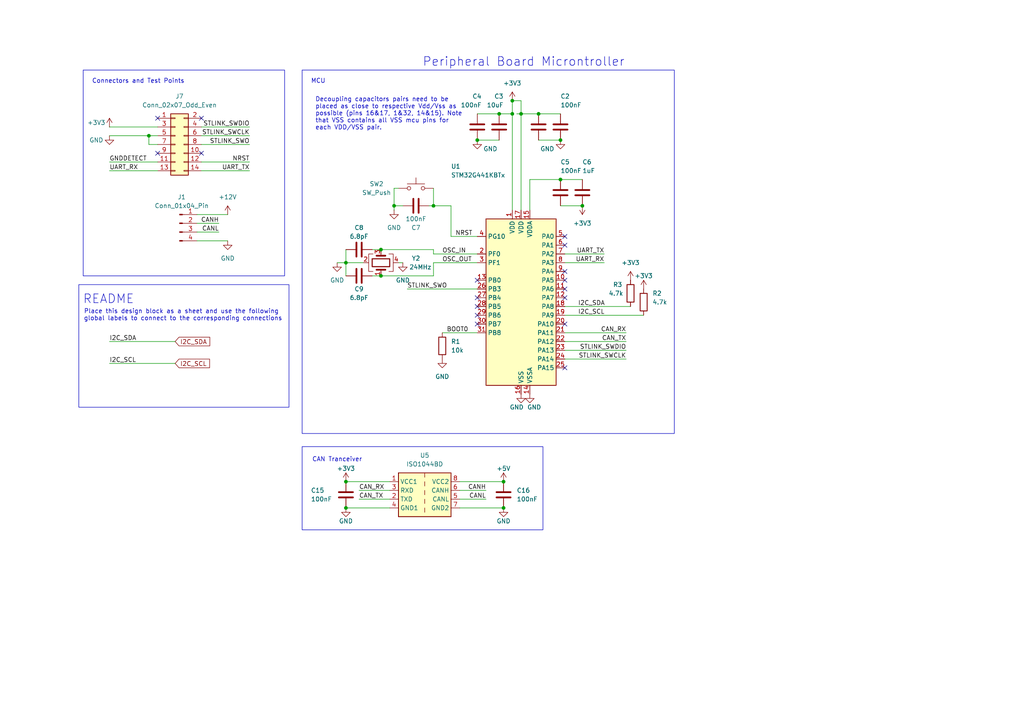
<source format=kicad_sch>
(kicad_sch (version 20250114) (generator "eeschema") (generator_version "9.0")
  (paper "A4")
  (lib_symbols
    (symbol "Connector:Conn_01x04_Pin" (pin_names (offset 1.016) (hide yes))
      (property "Reference" "J" (at 0 5.08 0))
      (property "Value" "Conn_01x04_Pin" (at 0 -7.62 0))
      (symbol "Conn_01x04_Pin_1_1"
        (rectangle (start 0.8636 2.667) (end 0 2.413) (stroke (width 0.1524)) (fill (type outline)))
        (rectangle (start 0.8636 0.127) (end 0 -0.127) (stroke (width 0.1524)) (fill (type outline)))
        (rectangle (start 0.8636 -2.413) (end 0 -2.667) (stroke (width 0.1524)) (fill (type outline)))
        (rectangle (start 0.8636 -4.953) (end 0 -5.207) (stroke (width 0.1524)) (fill (type outline)))
        (polyline (pts (xy 1.27 2.54) (xy 0.8636 2.54)) (stroke (width 0.1524)))
        (polyline (pts (xy 1.27 0) (xy 0.8636 0)) (stroke (width 0.1524)))
        (polyline (pts (xy 1.27 -2.54) (xy 0.8636 -2.54)) (stroke (width 0.1524)))
        (polyline (pts (xy 1.27 -5.08) (xy 0.8636 -5.08)) (stroke (width 0.1524)))
        (pin passive line (at 5.08 2.54 180) (length 3.81) (name "Pin_1") (number "1"))
        (pin passive line (at 5.08 0 180) (length 3.81) (name "Pin_2") (number "2"))
        (pin passive line (at 5.08 -2.54 180) (length 3.81) (name "Pin_3") (number "3"))
        (pin passive line (at 5.08 -5.08 180) (length 3.81) (name "Pin_4") (number "4"))
      )
    )
    (symbol "Connector_Generic:Conn_02x07_Odd_Even" (pin_names (offset 1.016) (hide yes))
      (property "Reference" "J" (at 1.27 10.16 0))
      (property "Value" "Conn_02x07_Odd_Even" (at 1.27 -10.16 0))
      (symbol "Conn_02x07_Odd_Even_1_1"
        (rectangle (start -1.27 8.89) (end 3.81 -8.89) (stroke (width 0.254)) (fill (type background)))
        (rectangle (start -1.27 7.747) (end 0 7.493) (stroke (width 0.1524)))
        (rectangle (start -1.27 5.207) (end 0 4.953) (stroke (width 0.1524)))
        (rectangle (start -1.27 2.667) (end 0 2.413) (stroke (width 0.1524)))
        (rectangle (start -1.27 0.127) (end 0 -0.127) (stroke (width 0.1524)))
        (rectangle (start -1.27 -2.413) (end 0 -2.667) (stroke (width 0.1524)))
        (rectangle (start -1.27 -4.953) (end 0 -5.207) (stroke (width 0.1524)))
        (rectangle (start -1.27 -7.493) (end 0 -7.747) (stroke (width 0.1524)))
        (rectangle (start 3.81 7.747) (end 2.54 7.493) (stroke (width 0.1524)))
        (rectangle (start 3.81 5.207) (end 2.54 4.953) (stroke (width 0.1524)))
        (rectangle (start 3.81 2.667) (end 2.54 2.413) (stroke (width 0.1524)))
        (rectangle (start 3.81 0.127) (end 2.54 -0.127) (stroke (width 0.1524)))
        (rectangle (start 3.81 -2.413) (end 2.54 -2.667) (stroke (width 0.1524)))
        (rectangle (start 3.81 -4.953) (end 2.54 -5.207) (stroke (width 0.1524)))
        (rectangle (start 3.81 -7.493) (end 2.54 -7.747) (stroke (width 0.1524)))
        (pin passive line (at -5.08 7.62 0) (length 3.81) (name "Pin_1") (number "1"))
        (pin passive line (at -5.08 5.08 0) (length 3.81) (name "Pin_3") (number "3"))
        (pin passive line (at -5.08 2.54 0) (length 3.81) (name "Pin_5") (number "5"))
        (pin passive line (at -5.08 0 0) (length 3.81) (name "Pin_7") (number "7"))
        (pin passive line (at -5.08 -2.54 0) (length 3.81) (name "Pin_9") (number "9"))
        (pin passive line (at -5.08 -5.08 0) (length 3.81) (name "Pin_11") (number "11"))
        (pin passive line (at -5.08 -7.62 0) (length 3.81) (name "Pin_13") (number "13"))
        (pin passive line (at 7.62 7.62 180) (length 3.81) (name "Pin_2") (number "2"))
        (pin passive line (at 7.62 5.08 180) (length 3.81) (name "Pin_4") (number "4"))
        (pin passive line (at 7.62 2.54 180) (length 3.81) (name "Pin_6") (number "6"))
        (pin passive line (at 7.62 0 180) (length 3.81) (name "Pin_8") (number "8"))
        (pin passive line (at 7.62 -2.54 180) (length 3.81) (name "Pin_10") (number "10"))
        (pin passive line (at 7.62 -5.08 180) (length 3.81) (name "Pin_12") (number "12"))
        (pin passive line (at 7.62 -7.62 180) (length 3.81) (name "Pin_14") (number "14"))
      )
    )
    (symbol "Device:C" (pin_numbers (hide yes)) (pin_names (offset 0.254))
      (property "Reference" "C" (at 0.635 2.54 0))
      (property "Value" "C" (at 0.635 -2.54 0))
      (symbol "C_0_1"
        (polyline (pts (xy -2.032 0.762) (xy 2.032 0.762)) (stroke (width 0.508)))
        (polyline (pts (xy -2.032 -0.762) (xy 2.032 -0.762)) (stroke (width 0.508)))
      )
      (symbol "C_1_1"
        (pin passive line (at 0 3.81 270) (length 2.794) (name "~") (number "1"))
        (pin passive line (at 0 -3.81 90) (length 2.794) (name "~") (number "2"))
      )
    )
    (symbol "Device:Crystal_GND24" (pin_names (offset 1.016) (hide yes))
      (property "Reference" "Y" (at 3.175 5.08 0))
      (property "Value" "Crystal_GND24" (at 3.175 3.175 0))
      (symbol "Crystal_GND24_0_1"
        (polyline (pts (xy -2.54 2.286) (xy -2.54 3.556) (xy 2.54 3.556) (xy 2.54 2.286)))
        (polyline (pts (xy -2.54 0) (xy -2.032 0)))
        (polyline (pts (xy -2.54 -2.286) (xy -2.54 -3.556) (xy 2.54 -3.556) (xy 2.54 -2.286)))
        (polyline (pts (xy -2.032 -1.27) (xy -2.032 1.27)) (stroke (width 0.508)))
        (rectangle (start -1.143 2.54) (end 1.143 -2.54) (stroke (width 0.3048)))
        (polyline (pts (xy 0 3.556) (xy 0 3.81)))
        (polyline (pts (xy 0 -3.81) (xy 0 -3.556)))
        (polyline (pts (xy 2.032 0) (xy 2.54 0)))
        (polyline (pts (xy 2.032 -1.27) (xy 2.032 1.27)) (stroke (width 0.508)))
      )
      (symbol "Crystal_GND24_1_1"
        (pin passive line (at -3.81 0 0) (length 1.27) (name "1") (number "1"))
        (pin passive line (at 0 5.08 270) (length 1.27) (name "2") (number "2"))
        (pin passive line (at 0 -5.08 90) (length 1.27) (name "4") (number "4"))
        (pin passive line (at 3.81 0 180) (length 1.27) (name "3") (number "3"))
      )
    )
    (symbol "Device:R" (pin_numbers (hide yes)) (pin_names (offset 0))
      (property "Reference" "R" (at 2.032 0 90))
      (property "Value" "R" (at 0 0 90))
      (symbol "R_0_1"
        (rectangle (start -1.016 -2.54) (end 1.016 2.54) (stroke (width 0.254)))
      )
      (symbol "R_1_1"
        (pin passive line (at 0 3.81 270) (length 1.27) (name "~") (number "1"))
        (pin passive line (at 0 -3.81 90) (length 1.27) (name "~") (number "2"))
      )
    )
    (symbol "Interface_CAN_LIN:ISO1044BD"
      (property "Reference" "U" (at -6.35 6.35 0))
      (property "Value" "ISO1044BD" (at 2.54 6.35 0))
      (symbol "ISO1044BD_0_1"
        (rectangle (start -7.62 5.08) (end 7.62 -7.62) (stroke (width 0.254)) (fill (type background)))
        (polyline (pts (xy 0 5.08) (xy 0 3.81)))
        (polyline (pts (xy 0 2.54) (xy 0 1.27)))
        (polyline (pts (xy 0 0) (xy 0 -1.27)))
        (polyline (pts (xy 0 -2.54) (xy 0 -3.81)))
        (polyline (pts (xy 0 -5.08) (xy 0 -6.35)))
      )
      (symbol "ISO1044BD_1_1"
        (pin power_in line (at -10.16 2.54 0) (length 2.54) (name "VCC1") (number "1"))
        (pin output line (at -10.16 0 0) (length 2.54) (name "RXD") (number "3"))
        (pin input line (at -10.16 -2.54 0) (length 2.54) (name "TXD") (number "2"))
        (pin power_in line (at -10.16 -5.08 0) (length 2.54) (name "GND1") (number "4"))
        (pin power_in line (at 10.16 2.54 180) (length 2.54) (name "VCC2") (number "8"))
        (pin bidirectional line (at 10.16 0 180) (length 2.54) (name "CANH") (number "6"))
        (pin bidirectional line (at 10.16 -2.54 180) (length 2.54) (name "CANL") (number "5"))
        (pin power_in line (at 10.16 -5.08 180) (length 2.54) (name "GND2") (number "7"))
      )
    )
    (symbol "MCU_ST_STM32G4:STM32G441KBTx"
      (property "Reference" "U" (at -10.16 26.67 0))
      (property "Value" "STM32G441KBTx" (at 5.08 26.67 0))
      (symbol "STM32G441KBTx_0_1"
        (rectangle (start -10.16 -22.86) (end 10.16 25.4) (stroke (width 0.254)) (fill (type background)))
      )
      (symbol "STM32G441KBTx_1_1"
        (pin bidirectional line (at -12.7 20.32 0) (length 2.54) (name "PG10") (number "4"))
        (pin bidirectional line (at -12.7 15.24 0) (length 2.54) (name "PF0") (number "2"))
        (pin bidirectional line (at -12.7 12.7 0) (length 2.54) (name "PF1") (number "3"))
        (pin bidirectional line (at -12.7 7.62 0) (length 2.54) (name "PB0") (number "13"))
        (pin bidirectional line (at -12.7 5.08 0) (length 2.54) (name "PB3") (number "26"))
        (pin bidirectional line (at -12.7 2.54 0) (length 2.54) (name "PB4") (number "27"))
        (pin bidirectional line (at -12.7 0 0) (length 2.54) (name "PB5") (number "28"))
        (pin bidirectional line (at -12.7 -2.54 0) (length 2.54) (name "PB6") (number "29"))
        (pin bidirectional line (at -12.7 -5.08 0) (length 2.54) (name "PB7") (number "30"))
        (pin bidirectional line (at -12.7 -7.62 0) (length 2.54) (name "PB8") (number "31"))
        (pin power_in line (at -2.54 27.94 270) (length 2.54) (name "VDD") (number "1"))
        (pin power_in line (at 0 27.94 270) (length 2.54) (name "VDD") (number "17"))
        (pin power_in line (at 0 -25.4 90) (length 2.54) (name "VSS") (number "16"))
        (pin passive line (at 0 -25.4 90) (length 2.54) (hide yes) (name "VSS") (number "32"))
        (pin power_in line (at 2.54 27.94 270) (length 2.54) (name "VDDA") (number "15"))
        (pin power_in line (at 2.54 -25.4 90) (length 2.54) (name "VSSA") (number "14"))
        (pin bidirectional line (at 12.7 20.32 180) (length 2.54) (name "PA0") (number "5"))
        (pin bidirectional line (at 12.7 17.78 180) (length 2.54) (name "PA1") (number "6"))
        (pin bidirectional line (at 12.7 15.24 180) (length 2.54) (name "PA2") (number "7"))
        (pin bidirectional line (at 12.7 12.7 180) (length 2.54) (name "PA3") (number "8"))
        (pin bidirectional line (at 12.7 10.16 180) (length 2.54) (name "PA4") (number "9"))
        (pin bidirectional line (at 12.7 7.62 180) (length 2.54) (name "PA5") (number "10"))
        (pin bidirectional line (at 12.7 5.08 180) (length 2.54) (name "PA6") (number "11"))
        (pin bidirectional line (at 12.7 2.54 180) (length 2.54) (name "PA7") (number "12"))
        (pin bidirectional line (at 12.7 0 180) (length 2.54) (name "PA8") (number "18"))
        (pin bidirectional line (at 12.7 -2.54 180) (length 2.54) (name "PA9") (number "19"))
        (pin bidirectional line (at 12.7 -5.08 180) (length 2.54) (name "PA10") (number "20"))
        (pin bidirectional line (at 12.7 -7.62 180) (length 2.54) (name "PA11") (number "21"))
        (pin bidirectional line (at 12.7 -10.16 180) (length 2.54) (name "PA12") (number "22"))
        (pin bidirectional line (at 12.7 -12.7 180) (length 2.54) (name "PA13") (number "23"))
        (pin bidirectional line (at 12.7 -15.24 180) (length 2.54) (name "PA14") (number "24"))
        (pin bidirectional line (at 12.7 -17.78 180) (length 2.54) (name "PA15") (number "25"))
      )
    )
    (symbol "Switch:SW_Push" (pin_numbers (hide yes)) (pin_names (offset 1.016) (hide yes))
      (property "Reference" "SW" (at 1.27 2.54 0))
      (property "Value" "SW_Push" (at 0 -1.524 0))
      (symbol "SW_Push_0_1"
        (circle (center -2.032 0) (radius 0.508))
        (polyline (pts (xy 0 1.27) (xy 0 3.048)))
        (circle (center 2.032 0) (radius 0.508))
        (polyline (pts (xy 2.54 1.27) (xy -2.54 1.27)))
        (pin passive line (at -5.08 0 0) (length 2.54) (name "1") (number "1"))
        (pin passive line (at 5.08 0 180) (length 2.54) (name "2") (number "2"))
      )
    )
    (symbol "power:+12V" (power) (pin_numbers (hide yes)) (pin_names (offset 0) (hide yes))
      (property "Value" "+12V" (at 0 3.556 0))
      (symbol "+12V_0_1"
        (polyline (pts (xy -0.762 1.27) (xy 0 2.54)))
        (polyline (pts (xy 0 2.54) (xy 0.762 1.27)))
        (polyline (pts (xy 0 0) (xy 0 2.54)))
      )
      (symbol "+12V_1_1"
        (pin power_in line (at 0 0 90) (length 0) (name "~") (number "1"))
      )
    )
    (symbol "power:+3V3" (power) (pin_numbers (hide yes)) (pin_names (offset 0) (hide yes))
      (property "Value" "+3V3" (at 0 3.556 0))
      (symbol "+3V3_0_1"
        (polyline (pts (xy -0.762 1.27) (xy 0 2.54)))
        (polyline (pts (xy 0 2.54) (xy 0.762 1.27)))
        (polyline (pts (xy 0 0) (xy 0 2.54)))
      )
      (symbol "+3V3_1_1"
        (pin power_in line (at 0 0 90) (length 0) (name "~") (number "1"))
      )
    )
    (symbol "power:+5V" (power) (pin_numbers (hide yes)) (pin_names (offset 0) (hide yes))
      (property "Value" "+5V" (at 0 3.556 0))
      (symbol "+5V_0_1"
        (polyline (pts (xy -0.762 1.27) (xy 0 2.54)))
        (polyline (pts (xy 0 2.54) (xy 0.762 1.27)))
        (polyline (pts (xy 0 0) (xy 0 2.54)))
      )
      (symbol "+5V_1_1"
        (pin power_in line (at 0 0 90) (length 0) (name "~") (number "1"))
      )
    )
    (symbol "power:GND" (power) (pin_numbers (hide yes)) (pin_names (offset 0) (hide yes))
      (property "Value" "GND" (at 0 -3.81 0))
      (symbol "GND_0_1"
        (polyline (pts (xy 0 0) (xy 0 -1.27) (xy 1.27 -1.27) (xy 0 -2.54) (xy -1.27 -1.27) (xy 0 -1.27)))
      )
      (symbol "GND_1_1"
        (pin power_in line (at 0 0 270) (length 0) (name "~") (number "1"))
      )
    )
  )
  (rectangle (start 22.86 82.55) (end 83.82 118.11))
  (rectangle (start 87.63 129.54) (end 157.48 153.67))
  (rectangle (start 24.13 20.32) (end 82.55 80.01))
  (rectangle (start 87.63 20.32) (end 195.58 125.73))
  (text "README" (at 31.496 86.868 0) (effects (font (size 2.54 2.54))))
  (text "MCU" (at 90.17 22.86 0) (effects (font (size 1.27 1.27)) (justify left top)))
  (text "Decoupling capacitors pairs need to be\nplaced as close to respective Vdd/Vss as\npossible (pins 16&17, 1&32, 14&15). Note\nthat VSS contains all VSS mcu pins for\neach VDD/VSS pair." (at 91.44 33.02 0) (effects (font (size 1.27 1.27)) (justify left)))
  (text "Place this design block as a sheet and use the following \nglobal labels to connect to the corresponding connections" (at 53.086 91.44 0) (effects (font (size 1.27 1.27))))
  (text "Peripheral Board Microntroller" (at 151.892 18.034 0) (effects (font (size 2.54 2.54))))
  (text "Connectors and Test Points\n" (at 26.67 22.86 0) (effects (font (size 1.27 1.27)) (justify left top)))
  (text "CAN Tranceiver" (at 97.79 133.35 0) (effects (font (size 1.27 1.27))))
  (junction (at 138.43 40.64))
  (junction (at 43.18 39.37))
  (junction (at 125.73 59.69))
  (junction (at 110.49 72.39))
  (junction (at 100.33 147.32))
  (junction (at 162.56 52.07))
  (junction (at 168.91 59.69))
  (junction (at 146.05 139.7))
  (junction (at 148.59 29.21))
  (junction (at 148.59 33.02))
  (junction (at 110.49 80.01))
  (junction (at 162.56 40.64))
  (junction (at 100.33 76.2))
  (junction (at 151.13 33.02))
  (junction (at 114.3 59.69))
  (junction (at 100.33 139.7))
  (junction (at 156.21 33.02))
  (junction (at 146.05 147.32))
  (junction (at 144.78 33.02))
  (no_connect (at 163.83 106.68))
  (no_connect (at 163.83 86.36))
  (no_connect (at 45.72 44.45))
  (no_connect (at 138.43 93.98))
  (no_connect (at 163.83 83.82))
  (no_connect (at 138.43 91.44))
  (no_connect (at 45.72 34.29))
  (no_connect (at 163.83 68.58))
  (no_connect (at 138.43 88.9))
  (no_connect (at 163.83 93.98))
  (no_connect (at 163.83 81.28))
  (no_connect (at 58.42 44.45))
  (no_connect (at 138.43 86.36))
  (no_connect (at 138.43 81.28))
  (no_connect (at 163.83 71.12))
  (no_connect (at 58.42 34.29))
  (no_connect (at 163.83 78.74))
  (wire (pts (xy 45.72 41.91) (xy 43.18 41.91)))
  (wire (pts (xy 148.59 33.02) (xy 148.59 60.96)))
  (wire (pts (xy 97.79 76.2) (xy 100.33 76.2)))
  (wire (pts (xy 133.35 139.7) (xy 146.05 139.7)))
  (wire (pts (xy 163.83 96.52) (xy 181.61 96.52)))
  (wire (pts (xy 163.83 76.2) (xy 175.26 76.2)))
  (wire (pts (xy 100.33 147.32) (xy 113.03 147.32)))
  (wire (pts (xy 153.67 52.07) (xy 162.56 52.07)))
  (wire (pts (xy 148.59 29.21) (xy 151.13 29.21)))
  (wire (pts (xy 163.83 104.14) (xy 181.61 104.14)))
  (wire (pts (xy 114.3 60.96) (xy 114.3 59.69)))
  (wire (pts (xy 125.73 80.01) (xy 125.73 76.2)))
  (wire (pts (xy 163.83 73.66) (xy 175.26 73.66)))
  (wire (pts (xy 31.75 105.41) (xy 50.8 105.41)))
  (wire (pts (xy 114.3 59.69) (xy 116.84 59.69)))
  (wire (pts (xy 58.42 41.91) (xy 72.39 41.91)))
  (wire (pts (xy 63.5 67.31) (xy 57.15 67.31)))
  (wire (pts (xy 58.42 46.99) (xy 72.39 46.99)))
  (wire (pts (xy 151.13 29.21) (xy 151.13 33.02)))
  (wire (pts (xy 114.3 54.61) (xy 114.3 59.69)))
  (wire (pts (xy 58.42 36.83) (xy 72.39 36.83)))
  (wire (pts (xy 110.49 72.39) (xy 125.73 72.39)))
  (wire (pts (xy 130.81 68.58) (xy 138.43 68.58)))
  (wire (pts (xy 125.73 72.39) (xy 125.73 73.66)))
  (wire (pts (xy 115.57 76.2) (xy 116.84 76.2)))
  (wire (pts (xy 124.46 59.69) (xy 125.73 59.69)))
  (wire (pts (xy 148.59 29.21) (xy 148.59 33.02)))
  (wire (pts (xy 133.35 142.24) (xy 140.97 142.24)))
  (wire (pts (xy 156.21 33.02) (xy 162.56 33.02)))
  (wire (pts (xy 100.33 76.2) (xy 105.41 76.2)))
  (wire (pts (xy 100.33 76.2) (xy 100.33 80.01)))
  (wire (pts (xy 156.21 40.64) (xy 162.56 40.64)))
  (wire (pts (xy 151.13 33.02) (xy 156.21 33.02)))
  (wire (pts (xy 100.33 139.7) (xy 113.03 139.7)))
  (wire (pts (xy 125.73 54.61) (xy 125.73 59.69)))
  (wire (pts (xy 151.13 33.02) (xy 151.13 60.96)))
  (wire (pts (xy 43.18 41.91) (xy 43.18 39.37)))
  (wire (pts (xy 72.39 39.37) (xy 58.42 39.37)))
  (wire (pts (xy 118.11 83.82) (xy 138.43 83.82)))
  (wire (pts (xy 125.73 76.2) (xy 138.43 76.2)))
  (wire (pts (xy 107.95 80.01) (xy 110.49 80.01)))
  (wire (pts (xy 104.14 144.78) (xy 113.03 144.78)))
  (wire (pts (xy 31.75 36.83) (xy 45.72 36.83)))
  (wire (pts (xy 144.78 33.02) (xy 138.43 33.02)))
  (wire (pts (xy 163.83 88.9) (xy 182.88 88.9)))
  (wire (pts (xy 31.75 39.37) (xy 43.18 39.37)))
  (wire (pts (xy 57.15 69.85) (xy 66.04 69.85)))
  (wire (pts (xy 162.56 52.07) (xy 168.91 52.07)))
  (wire (pts (xy 128.27 96.52) (xy 138.43 96.52)))
  (wire (pts (xy 104.14 142.24) (xy 113.03 142.24)))
  (wire (pts (xy 31.75 46.99) (xy 45.72 46.99)))
  (wire (pts (xy 125.73 73.66) (xy 138.43 73.66)))
  (wire (pts (xy 130.81 59.69) (xy 125.73 59.69)))
  (wire (pts (xy 43.18 39.37) (xy 45.72 39.37)))
  (wire (pts (xy 149.86 33.02) (xy 151.13 33.02)))
  (wire (pts (xy 45.72 49.53) (xy 31.75 49.53)))
  (wire (pts (xy 58.42 49.53) (xy 72.39 49.53)))
  (wire (pts (xy 144.78 33.02) (xy 148.59 33.02)))
  (wire (pts (xy 162.56 59.69) (xy 168.91 59.69)))
  (wire (pts (xy 66.04 62.23) (xy 57.15 62.23)))
  (wire (pts (xy 114.3 54.61) (xy 115.57 54.61)))
  (wire (pts (xy 163.83 99.06) (xy 181.61 99.06)))
  (wire (pts (xy 110.49 80.01) (xy 125.73 80.01)))
  (wire (pts (xy 107.95 72.39) (xy 110.49 72.39)))
  (wire (pts (xy 144.78 40.64) (xy 138.43 40.64)))
  (wire (pts (xy 133.35 144.78) (xy 140.97 144.78)))
  (wire (pts (xy 31.75 99.06) (xy 50.8 99.06)))
  (wire (pts (xy 130.81 68.58) (xy 130.81 59.69)))
  (wire (pts (xy 163.83 101.6) (xy 181.61 101.6)))
  (wire (pts (xy 153.67 52.07) (xy 153.67 60.96)))
  (wire (pts (xy 163.83 91.44) (xy 186.69 91.44)))
  (wire (pts (xy 63.5 64.77) (xy 57.15 64.77)))
  (wire (pts (xy 100.33 72.39) (xy 100.33 76.2)))
  (wire (pts (xy 133.35 147.32) (xy 146.05 147.32)))
  (label "CANL" (at 63.5 67.31 180))
  (label "I2C_SCL" (at 167.64 91.44 0))
  (label "UART_RX" (at 175.26 76.2 180))
  (label "STLINK_SWCLK" (at 181.61 104.14 180))
  (label "I2C_SDA" (at 167.64 88.9 0))
  (label "STLINK_SWO" (at 118.11 83.82 0))
  (label "UART_RX" (at 31.75 49.53 0))
  (label "CAN_TX" (at 181.61 99.06 180))
  (label "I2C_SDA" (at 31.75 99.06 0))
  (label "BOOT0" (at 129.54 96.52 0))
  (label "CAN_RX" (at 181.61 96.52 180))
  (label "STLINK_SWO" (at 72.39 41.91 180))
  (label "STLINK_SWDIO" (at 72.39 36.83 180))
  (label "UART_TX" (at 72.39 49.53 180))
  (label "GNDDETECT" (at 31.75 46.99 0))
  (label "STLINK_SWCLK" (at 72.39 39.37 180))
  (label "STLINK_SWDIO" (at 181.61 101.6 180))
  (label "NRST" (at 132.08 68.58 0))
  (label "I2C_SCL" (at 31.75 105.41 0))
  (label "OSC_IN" (at 128.27 73.66 0))
  (label "NRST" (at 72.39 46.99 180))
  (label "CAN_RX" (at 104.14 142.24 0))
  (label "CANL" (at 140.97 144.78 180))
  (label "CAN_TX" (at 104.14 144.78 0))
  (label "CANH" (at 63.5 64.77 180))
  (label "UART_TX" (at 175.26 73.66 180))
  (label "OSC_OUT" (at 128.27 76.2 0))
  (label "CANH" (at 140.97 142.24 180))
  (global_label "I2C_SCL" (shape input) (at 50.8 105.41 0) (property "Intersheetrefs" "${INTERSHEET_REFS}" (effects (hide yes))))
  (global_label "I2C_SDA" (shape input) (at 50.8 99.06 0) (property "Intersheetrefs" "${INTERSHEET_REFS}" (effects (hide yes))))
  (symbol (lib_id "power:GND") (at 114.3 60.96 0) (unit 1)
    (property "Reference" "#PWR010" (effects (hide yes)))
    (property "Value" "GND" (at 114.3 66.04 0))
    (property "Description" "Power symbol creates a global label with name \"GND\" , ground" (effects (hide yes)))
  )
  (symbol (lib_id "Device:Crystal_GND24") (at 110.49 76.2 90) (unit 1)
    (property "Reference" "Y2" (at 120.65 74.93 90))
    (property "Value" "24MHz" (at 121.92 77.47 90))
    (property "Footprint" "Crystal:Crystal_SMD_2016-4Pin_2.0x1.6mm" (effects (hide yes)))
    (property "Datasheet" "https://ecsxtal.com/store/pdf/ECX-1637B.pdf" (effects (hide yes)))
    (property "Description" "Four pin crystal, GND on pins 2 and 4" (effects (hide yes)))
    (property "Digi PN" "XC3063CT-ND" (effects (hide yes)))
    (property "MFG" "ECS" (effects (hide yes)))
    (property "MFG PN" "ECS-240-8-37B-CKY-TR" (effects (hide yes)))
  )
  (symbol (lib_id "power:+3V3") (at 168.91 59.69 180) (unit 1)
    (property "Reference" "#PWR09" (effects (hide yes)))
    (property "Value" "+3V3" (at 168.91 64.77 0))
    (property "Description" "Power symbol creates a global label with name \"+3V3\"" (effects (hide yes)))
  )
  (symbol (lib_id "MCU_ST_STM32G4:STM32G441KBTx") (at 151.13 88.9 0) (unit 1)
    (property "Reference" "U1" (at 130.81 48.26 0) (effects (justify left)))
    (property "Value" "STM32G441KBTx" (at 130.81 50.8 0) (effects (justify left)))
    (property "Footprint" "Package_QFP:LQFP-32_7x7mm_P0.8mm" (effects (hide yes)))
    (property "Datasheet" "https://www.st.com/resource/en/datasheet/stm32g441kb.pdf" (effects (hide yes)))
    (property "Description" "STMicroelectronics Arm Cortex-M4 MCU, 128KB flash, 32KB RAM, 170 MHz, 1.71-3.6V, 26 GPIO, LQFP32" (effects (hide yes)))
    (property "Digi PN" "497-STM32G441KBT6-ND" (effects (hide yes)))
    (property "MFG" "STM" (effects (hide yes)))
    (property "MFG PN" "STM32G441KBT6" (effects (hide yes)))
  )
  (symbol (lib_id "power:+3V3") (at 31.75 36.83 0) (unit 1)
    (property "Reference" "#PWR011" (effects (hide yes)))
    (property "Value" "+3V3" (at 27.94 35.56 0))
    (property "Description" "Power symbol creates a global label with name \"+3V3\"" (effects (hide yes)))
  )
  (symbol (lib_id "power:GND") (at 66.04 69.85 0) (unit 1)
    (property "Reference" "#PWR02" (effects (hide yes)))
    (property "Value" "GND" (at 66.04 74.93 0))
    (property "Description" "Power symbol creates a global label with name \"GND\" , ground" (effects (hide yes)))
  )
  (symbol (lib_id "power:GND") (at 100.33 147.32 0) (unit 1)
    (property "Reference" "#PWR012" (effects (hide yes)))
    (property "Value" "GND" (at 100.33 151.13 0))
    (property "Description" "Power symbol creates a global label with name \"GND\" , ground" (effects (hide yes)))
  )
  (symbol (lib_id "Device:C") (at 162.56 36.83 0) (unit 1)
    (property "Reference" "C2" (at 162.56 27.94 0) (effects (justify left)))
    (property "Value" "100nF" (at 162.56 30.48 0) (effects (justify left)))
    (property "Footprint" "Capacitor_SMD:C_0805_2012Metric_Pad1.18x1.45mm_HandSolder" (effects (hide yes)))
    (property "Datasheet" "https://www.yageo.com/upload/media/product/productsearch/datasheet/mlcc/UPY-GPHC_X7R_6.3V-to-250V_24.pdf" (effects (hide yes)))
    (property "Description" "Unpolarized capacitor" (effects (hide yes)))
    (property "Digi PN" "311-1140-1-ND" (effects (hide yes)))
    (property "MFG" "Yageo" (effects (hide yes)))
    (property "MFG PN" "CC0805KRX7R9BB104" (effects (hide yes)))
  )
  (symbol (lib_id "power:+3V3") (at 148.59 29.21 0) (unit 1)
    (property "Reference" "#PWR06" (effects (hide yes)))
    (property "Value" "+3V3" (at 148.59 24.13 0))
    (property "Description" "Power symbol creates a global label with name \"+3V3\"" (effects (hide yes)))
  )
  (symbol (lib_id "power:+3V3") (at 186.69 83.82 0) (unit 1)
    (property "Reference" "#PWR015" (effects (hide yes)))
    (property "Value" "+3V3" (at 186.69 80.01 0))
    (property "Description" "Power symbol creates a global label with name \"+3V3\"" (effects (hide yes)))
  )
  (symbol (lib_id "power:GND") (at 31.75 39.37 0) (unit 1)
    (property "Reference" "#PWR021" (effects (hide yes)))
    (property "Value" "GND" (at 27.94 40.64 0))
    (property "Description" "Power symbol creates a global label with name \"GND\" , ground" (effects (hide yes)))
  )
  (symbol (lib_id "power:+3V3") (at 182.88 81.28 0) (unit 1)
    (property "Reference" "#PWR014" (effects (hide yes)))
    (property "Value" "+3V3" (at 182.88 76.2 0))
    (property "Description" "Power symbol creates a global label with name \"+3V3\"" (effects (hide yes)))
  )
  (symbol (lib_id "Connector:Conn_01x04_Pin") (at 52.07 64.77 0) (unit 1)
    (property "Reference" "J1" (at 52.705 57.15 0))
    (property "Value" "Conn_01x04_Pin" (at 52.705 59.69 0))
    (property "Footprint" "Connector_PinHeader_2.54mm:PinHeader_1x04_P2.54mm_Vertical" (effects (hide yes)))
    (property "Description" "Generic connector, single row, 01x04, script generated" (effects (hide yes)))
  )
  (symbol (lib_id "Device:R") (at 182.88 85.09 0) (unit 1)
    (property "Reference" "R3" (at 177.8 82.55 0) (effects (justify left)))
    (property "Value" "4.7k" (at 176.53 85.09 0) (effects (justify left)))
    (property "Footprint" "Resistor_SMD:R_0805_2012Metric_Pad1.20x1.40mm_HandSolder" (effects (hide yes)))
    (property "Datasheet" "https://www.yageo.com/upload/media/product/productsearch/datasheet/rchip/PYu-AC_51_RoHS_L_11.pdf" (effects (hide yes)))
    (property "Description" "Resistor" (effects (hide yes)))
    (property "Digi PN" "YAG3738CT-ND" (effects (hide yes)))
    (property "MFG" "Yageo" (effects (hide yes)))
    (property "MFG PN" "AC0805FR-074K7L" (effects (hide yes)))
  )
  (symbol (lib_id "Device:R") (at 186.69 87.63 0) (unit 1)
    (property "Reference" "R2" (at 189.23 85.09 0) (effects (justify left)))
    (property "Value" "4.7k" (at 189.23 87.63 0) (effects (justify left)))
    (property "Footprint" "Resistor_SMD:R_0805_2012Metric_Pad1.20x1.40mm_HandSolder" (effects (hide yes)))
    (property "Datasheet" "https://www.yageo.com/upload/media/product/productsearch/datasheet/rchip/PYu-AC_51_RoHS_L_11.pdf" (effects (hide yes)))
    (property "Description" "Resistor" (effects (hide yes)))
    (property "Digi PN" "YAG3738CT-ND" (effects (hide yes)))
    (property "MFG" "Yageo" (effects (hide yes)))
    (property "MFG PN" "AC0805FR-074K7L" (effects (hide yes)))
  )
  (symbol (lib_id "Device:C") (at 144.78 36.83 0) (mirror y) (unit 1)
    (property "Reference" "C3" (at 146.05 27.94 0) (effects (justify left)))
    (property "Value" "10uF" (at 146.05 30.48 0) (effects (justify left)))
    (property "Footprint" "Capacitor_SMD:C_0805_2012Metric_Pad1.18x1.45mm_HandSolder" (effects (hide yes)))
    (property "Datasheet" "https://mm.digikey.com/Volume0/opasdata/d220001/medias/docus/658/CL21A106KOQNNNG_Spec.pdf" (effects (hide yes)))
    (property "Description" "Unpolarized capacitor" (effects (hide yes)))
    (property "Digi PN" "1276-6455-1-ND" (effects (hide yes)))
    (property "MFG" "Samsung Electro-Mechanics" (effects (hide yes)))
    (property "MFG PN" "CL21A106KOQNNNG" (effects (hide yes)))
  )
  (symbol (lib_id "Device:C") (at 156.21 36.83 0) (unit 1)
    (property "Reference" "C1" (effects (hide yes)))
    (property "Value" "10uF" (effects (hide yes)))
    (property "Footprint" "Capacitor_SMD:C_0805_2012Metric_Pad1.18x1.45mm_HandSolder" (effects (hide yes)))
    (property "Datasheet" "https://mm.digikey.com/Volume0/opasdata/d220001/medias/docus/658/CL21A106KOQNNNG_Spec.pdf" (effects (hide yes)))
    (property "Description" "Unpolarized capacitor" (effects (hide yes)))
    (property "Digi PN" "1276-6455-1-ND" (effects (hide yes)))
    (property "MFG" "Samsung Electro-Mechanics" (effects (hide yes)))
    (property "MFG PN" "CL21A106KOQNNNG" (effects (hide yes)))
  )
  (symbol (lib_id "power:GND") (at 128.27 104.14 0) (mirror y) (unit 1)
    (property "Reference" "#PWR03" (effects (hide yes)))
    (property "Value" "GND" (at 128.27 109.22 0))
    (property "Description" "Power symbol creates a global label with name \"GND\" , ground" (effects (hide yes)))
  )
  (symbol (lib_id "Connector_Generic:Conn_02x07_Odd_Even") (at 50.8 41.91 0) (unit 1)
    (property "Reference" "J7" (at 52.07 27.94 0))
    (property "Value" "Conn_02x07_Odd_Even" (at 52.07 30.48 0))
    (property "Footprint" "Connector_PinHeader_1.27mm:PinHeader_2x07_P1.27mm_Vertical_SMD" (effects (hide yes)))
    (property "Datasheet" "https://mm.digikey.com/Volume0/opasdata/d220001/medias/docus/6209/ftsh-1xx-xx-xxx-dv-xxx-xxx-x-xx-mkt.pdf" (effects (hide yes)))
    (property "Description" "Generic connector, double row, 02x07, odd/even pin numbering scheme (row 1 odd numbers, row 2 even numbers), script generated (kicad-library-utils/schlib/autogen/connector/)" (effects (hide yes)))
    (property "MFG PN" "FTSH-107-01-F-DV-K-P-TR" (effects (hide yes)))
    (property "Digi PN" "SAM13170CT-ND" (effects (hide yes)))
  )
  (symbol (lib_id "Interface_CAN_LIN:ISO1044BD") (at 123.19 142.24 0) (unit 1)
    (property "Reference" "U5" (at 123.19 132.08 0))
    (property "Value" "ISO1044BD" (at 123.19 134.62 0))
    (property "Footprint" "Package_SO:SOIC-8_3.9x4.9mm_P1.27mm" (effects (hide yes)))
    (property "Datasheet" "https://www.ti.com/lit/ds/symlink/iso1044.pdf" (effects (hide yes)))
    (property "Description" "Isolated CAN FD Transceiver, SOIC-8" (effects (hide yes)))
    (property "Digi PN" "296-ISO1044BDRCT-ND" (effects (hide yes)))
    (property "MFG" "Texas Instruments" (effects (hide yes)))
    (property "MFG PN" "ISO1044BDR" (effects (hide yes)))
  )
  (symbol (lib_id "power:+12V") (at 66.04 62.23 0) (unit 1)
    (property "Reference" "#PWR01" (effects (hide yes)))
    (property "Value" "+12V" (at 66.04 57.15 0))
    (property "Description" "Power symbol creates a global label with name \"+12V\"" (effects (hide yes)))
  )
  (symbol (lib_id "power:GND") (at 146.05 147.32 0) (unit 1)
    (property "Reference" "#PWR022" (effects (hide yes)))
    (property "Value" "GND" (at 146.05 151.13 0))
    (property "Description" "Power symbol creates a global label with name \"GND\" , ground" (effects (hide yes)))
  )
  (symbol (lib_id "power:+5V") (at 146.05 139.7 0) (unit 1)
    (property "Reference" "#PWR024" (effects (hide yes)))
    (property "Value" "+5V" (at 146.05 135.89 0))
    (property "Description" "Power symbol creates a global label with name \"+5V\"" (effects (hide yes)))
  )
  (symbol (lib_id "Device:C") (at 100.33 143.51 0) (unit 1)
    (property "Reference" "C15" (at 90.17 142.24 0) (effects (justify left)))
    (property "Value" "100nF" (at 90.17 144.78 0) (effects (justify left)))
    (property "Footprint" "Capacitor_SMD:C_0805_2012Metric_Pad1.18x1.45mm_HandSolder" (effects (hide yes)))
    (property "Datasheet" "https://www.yageo.com/upload/media/product/productsearch/datasheet/mlcc/UPY-GPHC_X7R_6.3V-to-250V_24.pdf" (effects (hide yes)))
    (property "Description" "Unpolarized capacitor" (effects (hide yes)))
    (property "Digi PN" "311-1140-1-ND" (effects (hide yes)))
    (property "MFG" "Yageo" (effects (hide yes)))
    (property "MFG PN" "CC0805KRX7R9BB104" (effects (hide yes)))
  )
  (symbol (lib_id "Device:C") (at 138.43 36.83 0) (mirror y) (unit 1)
    (property "Reference" "C4" (at 139.7 27.94 0) (effects (justify left)))
    (property "Value" "100nF" (at 139.7 30.48 0) (effects (justify left)))
    (property "Footprint" "Capacitor_SMD:C_0805_2012Metric_Pad1.18x1.45mm_HandSolder" (effects (hide yes)))
    (property "Datasheet" "https://www.yageo.com/upload/media/product/productsearch/datasheet/mlcc/UPY-GPHC_X7R_6.3V-to-250V_24.pdf" (effects (hide yes)))
    (property "Description" "Unpolarized capacitor" (effects (hide yes)))
    (property "Digi PN" "311-1140-1-ND" (effects (hide yes)))
    (property "MFG" "Yageo" (effects (hide yes)))
    (property "MFG PN" "CC0805KRX7R9BB104" (effects (hide yes)))
  )
  (symbol (lib_id "power:GND") (at 153.67 114.3 0) (unit 1)
    (property "Reference" "#PWR08" (effects (hide yes)))
    (property "Value" "GND" (at 154.94 118.11 0))
    (property "Description" "Power symbol creates a global label with name \"GND\" , ground" (effects (hide yes)))
  )
  (symbol (lib_id "power:GND") (at 151.13 114.3 0) (unit 1)
    (property "Reference" "#PWR07" (effects (hide yes)))
    (property "Value" "GND" (at 149.86 118.11 0))
    (property "Description" "Power symbol creates a global label with name \"GND\" , ground" (effects (hide yes)))
  )
  (symbol (lib_id "Device:C") (at 104.14 80.01 270) (unit 1)
    (property "Reference" "C9" (at 104.14 83.82 90))
    (property "Value" "6.8pF" (at 104.14 86.36 90))
    (property "Footprint" "Capacitor_SMD:C_0805_2012Metric_Pad1.18x1.45mm_HandSolder" (effects (hide yes)))
    (property "Datasheet" "https://www.yageo.com/en/Chart/Download/pdf/CC0805DRNPO9BN6R8" (effects (hide yes)))
    (property "Description" "Unpolarized capacitor" (effects (hide yes)))
    (property "Digi PN" "311-4155-1-ND" (effects (hide yes)))
    (property "MFG" "Yageo" (effects (hide yes)))
    (property "MFG PN" "CC0805DRNPO9BN6R8" (effects (hide yes)))
  )
  (symbol (lib_id "Device:C") (at 120.65 59.69 90) (mirror x) (unit 1)
    (property "Reference" "C7" (at 120.65 66.04 90))
    (property "Value" "100nF" (at 120.65 63.5 90))
    (property "Footprint" "Capacitor_SMD:C_0805_2012Metric_Pad1.18x1.45mm_HandSolder" (effects (hide yes)))
    (property "Datasheet" "https://www.yageo.com/upload/media/product/productsearch/datasheet/mlcc/UPY-GPHC_X7R_6.3V-to-250V_24.pdf" (effects (hide yes)))
    (property "Description" "Unpolarized capacitor" (effects (hide yes)))
    (property "Digi PN" "311-1140-1-ND" (effects (hide yes)))
    (property "MFG" "Yageo" (effects (hide yes)))
    (property "MFG PN" "CC0805KRX7R9BB104" (effects (hide yes)))
  )
  (symbol (lib_id "Device:C") (at 104.14 72.39 270) (unit 1)
    (property "Reference" "C8" (at 104.14 66.04 90))
    (property "Value" "6.8pF" (at 104.14 68.58 90))
    (property "Footprint" "Capacitor_SMD:C_0805_2012Metric_Pad1.18x1.45mm_HandSolder" (effects (hide yes)))
    (property "Datasheet" "https://www.yageo.com/en/Chart/Download/pdf/CC0805DRNPO9BN6R8" (effects (hide yes)))
    (property "Description" "Unpolarized capacitor" (effects (hide yes)))
    (property "Digi PN" "311-4155-1-ND" (effects (hide yes)))
    (property "MFG" "Yageo" (effects (hide yes)))
    (property "MFG PN" "CC0805DRNPO9BN6R8" (effects (hide yes)))
  )
  (symbol (lib_id "power:GND") (at 97.79 76.2 0) (unit 1)
    (property "Reference" "#PWR013" (effects (hide yes)))
    (property "Value" "GND" (at 97.79 81.28 0))
    (property "Description" "Power symbol creates a global label with name \"GND\" , ground" (effects (hide yes)))
  )
  (symbol (lib_id "power:GND") (at 116.84 76.2 0) (unit 1)
    (property "Reference" "#PWR020" (effects (hide yes)))
    (property "Value" "GND" (at 116.84 81.28 0))
    (property "Description" "Power symbol creates a global label with name \"GND\" , ground" (effects (hide yes)))
  )
  (symbol (lib_id "Device:R") (at 128.27 100.33 0) (unit 1)
    (property "Reference" "R1" (at 130.81 99.0599 0) (effects (justify left)))
    (property "Value" "10k" (at 130.81 101.5999 0) (effects (justify left)))
    (property "Footprint" "Resistor_SMD:R_0805_2012Metric_Pad1.20x1.40mm_HandSolder" (effects (hide yes)))
    (property "Datasheet" "https://www.yageo.com/upload/media/product/productsearch/datasheet/rchip/PYu-AC_51_RoHS_L_11.pdf" (effects (hide yes)))
    (property "Description" "Resistor" (effects (hide yes)))
    (property "Digi PN" "311-10KLGCT-ND" (effects (hide yes)))
    (property "MFG" "Yageo" (effects (hide yes)))
    (property "MFG PN" "AC0805FR-0710KL" (effects (hide yes)))
  )
  (symbol (lib_id "Switch:SW_Push") (at 120.65 54.61 0) (unit 1)
    (property "Reference" "SW2" (at 109.22 53.34 0))
    (property "Value" "SW_Push" (at 109.22 55.88 0))
    (property "Footprint" "Button_Switch_SMD:SW_SPST_PTS647_Sx38" (effects (hide yes)))
    (property "Datasheet" "https://www.ckswitches.com/media/2567/pts647.pdf" (effects (hide yes)))
    (property "Description" "Push button switch, generic, two pins" (effects (hide yes)))
    (property "Digi PN" "PTS647SK38SMTR2LFSCT-ND" (effects (hide yes)))
    (property "MFG" "C&K" (effects (hide yes)))
    (property "MFG PN" "PTS647SK38SMTR2 LFS" (effects (hide yes)))
  )
  (symbol (lib_id "Device:C") (at 162.56 55.88 0) (unit 1)
    (property "Reference" "C5" (at 162.56 46.99 0) (effects (justify left)))
    (property "Value" "100nF" (at 162.56 49.53 0) (effects (justify left)))
    (property "Footprint" "Capacitor_SMD:C_0805_2012Metric_Pad1.18x1.45mm_HandSolder" (effects (hide yes)))
    (property "Datasheet" "https://www.yageo.com/upload/media/product/productsearch/datasheet/mlcc/UPY-GPHC_X7R_6.3V-to-250V_24.pdf" (effects (hide yes)))
    (property "Description" "Unpolarized capacitor" (effects (hide yes)))
    (property "Digi PN" "311-1140-1-ND" (effects (hide yes)))
    (property "MFG" "Yageo" (effects (hide yes)))
    (property "MFG PN" "CC0805KRX7R9BB104" (effects (hide yes)))
  )
  (symbol (lib_id "power:GND") (at 138.43 40.64 0) (mirror y) (unit 1)
    (property "Reference" "#PWR05" (effects (hide yes)))
    (property "Value" "GND" (at 142.24 43.18 0))
    (property "Description" "Power symbol creates a global label with name \"GND\" , ground" (effects (hide yes)))
  )
  (symbol (lib_id "Device:C") (at 146.05 143.51 0) (unit 1)
    (property "Reference" "C16" (at 149.86 142.2399 0) (effects (justify left)))
    (property "Value" "100nF" (at 149.86 144.7799 0) (effects (justify left)))
    (property "Footprint" "Capacitor_SMD:C_0805_2012Metric_Pad1.18x1.45mm_HandSolder" (effects (hide yes)))
    (property "Datasheet" "https://www.yageo.com/upload/media/product/productsearch/datasheet/mlcc/UPY-GPHC_X7R_6.3V-to-250V_24.pdf" (effects (hide yes)))
    (property "Description" "Unpolarized capacitor" (effects (hide yes)))
    (property "Digi PN" "311-1140-1-ND" (effects (hide yes)))
    (property "MFG" "Yageo" (effects (hide yes)))
    (property "MFG PN" "CC0805KRX7R9BB104" (effects (hide yes)))
  )
  (symbol (lib_id "power:GND") (at 162.56 40.64 0) (unit 1)
    (property "Reference" "#PWR04" (effects (hide yes)))
    (property "Value" "GND" (at 158.75 43.18 0))
    (property "Description" "Power symbol creates a global label with name \"GND\" , ground" (effects (hide yes)))
  )
  (symbol (lib_id "power:+3V3") (at 100.33 139.7 0) (unit 1)
    (property "Reference" "#PWR023" (effects (hide yes)))
    (property "Value" "+3V3" (at 100.33 135.89 0))
    (property "Description" "Power symbol creates a global label with name \"+3V3\"" (effects (hide yes)))
  )
  (symbol (lib_id "Device:C") (at 168.91 55.88 0) (unit 1)
    (property "Reference" "C6" (at 168.91 46.99 0) (effects (justify left)))
    (property "Value" "1uF" (at 168.91 49.53 0) (effects (justify left)))
    (property "Footprint" "Capacitor_SMD:C_0805_2012Metric_Pad1.18x1.45mm_HandSolder" (effects (hide yes)))
    (property "Datasheet" "https://mm.digikey.com/Volume0/opasdata/d220001/medias/docus/609/CL21B105KBFNNNE_Spec.pdf" (effects (hide yes)))
    (property "Description" "Unpolarized capacitor" (effects (hide yes)))
    (property "Digi PN" "1276-1029-1-ND" (effects (hide yes)))
    (property "MFG" "Samsung Electro-Mechanics" (effects (hide yes)))
    (property "MFG PN" "CL21B105KBFNNNE" (effects (hide yes)))
  )
)
</source>
